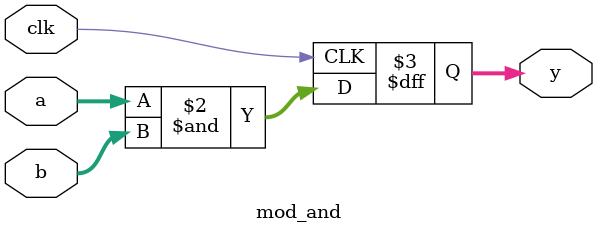
<source format=v>
module mod_and (
    input  wire       clk,
    input  wire [7:0] a,
    input  wire [7:0] b,
    output reg  [7:0] y
);

  always @(posedge clk) begin
    y <= a & b;
  end

endmodule

</source>
